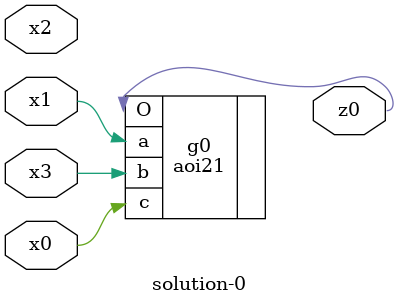
<source format=v>
module \solution-0 (
  x0, x1, x2, x3,
  z0 );
  input x0, x1, x2, x3;
  output z0;
  aoi21  g0(.a(x1), .b(x3), .c(x0), .O(z0));
endmodule

</source>
